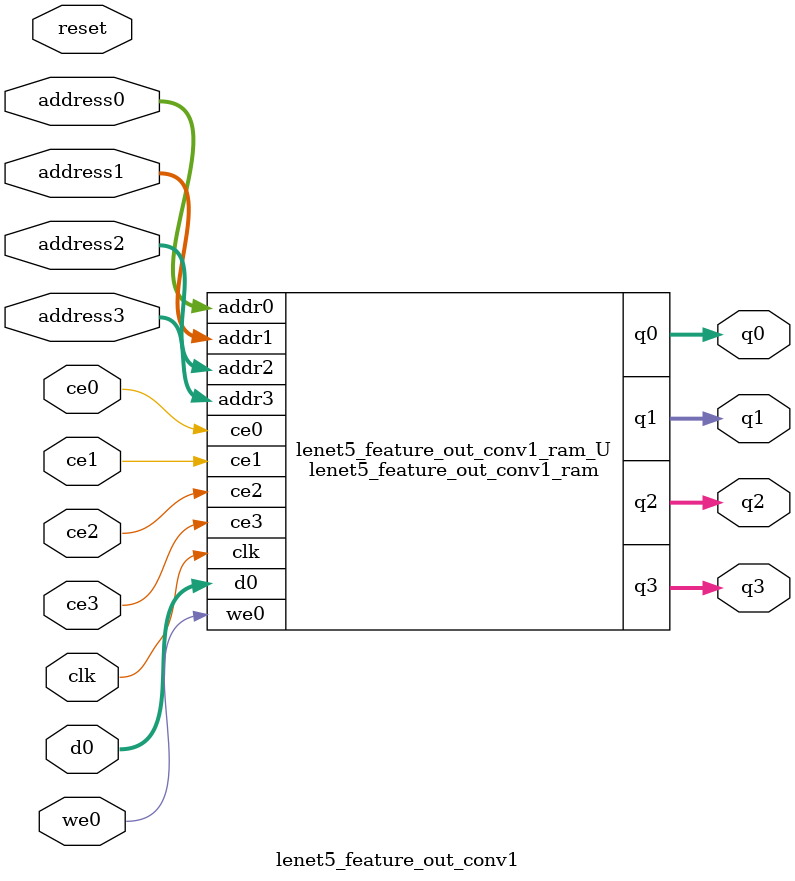
<source format=v>
`timescale 1 ns / 1 ps
module lenet5_feature_out_conv1_ram (addr0, ce0, d0, we0, q0, addr1, ce1, q1, addr2, ce2, q2, addr3, ce3, q3,  clk);

parameter DWIDTH = 32;
parameter AWIDTH = 11;
parameter MEM_SIZE = 2048;

input[AWIDTH-1:0] addr0;
input ce0;
input[DWIDTH-1:0] d0;
input we0;
output reg[DWIDTH-1:0] q0;
input[AWIDTH-1:0] addr1;
input ce1;
output reg[DWIDTH-1:0] q1;
input[AWIDTH-1:0] addr2;
input ce2;
output reg[DWIDTH-1:0] q2;
input[AWIDTH-1:0] addr3;
input ce3;
output reg[DWIDTH-1:0] q3;
input clk;

reg [DWIDTH-1:0] ram0[0:MEM_SIZE-1];
reg [DWIDTH-1:0] ram1[0:MEM_SIZE-1];
reg [DWIDTH-1:0] ram2[0:MEM_SIZE-1];



always @(posedge clk)  
begin 
    if (ce0) begin
        if (we0) 
            ram0[addr0] <= d0; 
        q0 <= ram0[addr0];
    end
end


always @(posedge clk)  
begin 
    if (ce1) begin
        q1 <= ram0[addr1];
    end
end


always @(posedge clk)  
begin 
    if (ce0) begin
        if (we0) 
            ram1[addr0] <= d0; 
    end
end

always @(posedge clk)  
begin 
    if (ce2) begin
        q2 <= ram1[addr2];
    end
end


always @(posedge clk)  
begin 
    if (ce0) begin
        if (we0) 
            ram2[addr0] <= d0; 
    end
end

always @(posedge clk)  
begin 
    if (ce3) begin
        q3 <= ram2[addr3];
    end
end


endmodule

`timescale 1 ns / 1 ps
module lenet5_feature_out_conv1(
    reset,
    clk,
    address0,
    ce0,
    we0,
    d0,
    q0,
    address1,
    ce1,
    q1,
    address2,
    ce2,
    q2,
    address3,
    ce3,
    q3);

parameter DataWidth = 32'd32;
parameter AddressRange = 32'd2048;
parameter AddressWidth = 32'd11;
input reset;
input clk;
input[AddressWidth - 1:0] address0;
input ce0;
input we0;
input[DataWidth - 1:0] d0;
output[DataWidth - 1:0] q0;
input[AddressWidth - 1:0] address1;
input ce1;
output[DataWidth - 1:0] q1;
input[AddressWidth - 1:0] address2;
input ce2;
output[DataWidth - 1:0] q2;
input[AddressWidth - 1:0] address3;
input ce3;
output[DataWidth - 1:0] q3;



lenet5_feature_out_conv1_ram lenet5_feature_out_conv1_ram_U(
    .clk( clk ),
    .addr0( address0 ),
    .ce0( ce0 ),
    .we0( we0 ),
    .d0( d0 ),
    .q0( q0 ),
    .addr1( address1 ),
    .ce1( ce1 ),
    .q1( q1 ),
    .addr2( address2 ),
    .ce2( ce2 ),
    .q2( q2 ),
    .addr3( address3 ),
    .ce3( ce3 ),
    .q3( q3 ));

endmodule


</source>
